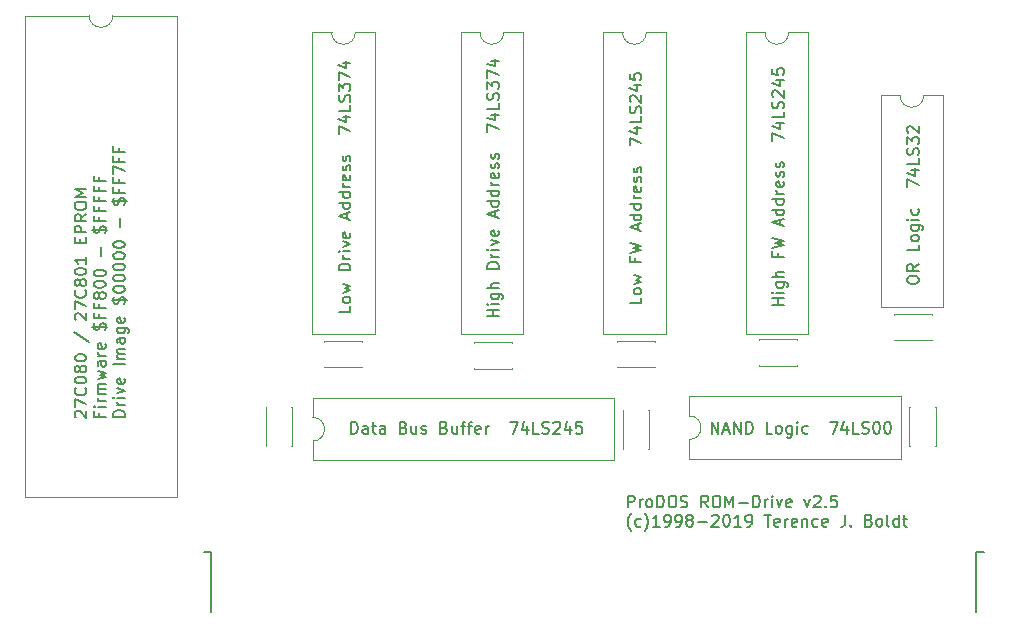
<source format=gbr>
G04 #@! TF.GenerationSoftware,KiCad,Pcbnew,(5.0.1-3-g963ef8bb5)*
G04 #@! TF.CreationDate,2019-04-25T11:14:13-04:00*
G04 #@! TF.ProjectId,ProDOS ROM-Drive 2.5,50726F444F5320524F4D2D4472697665,2.5*
G04 #@! TF.SameCoordinates,Original*
G04 #@! TF.FileFunction,Legend,Top*
G04 #@! TF.FilePolarity,Positive*
%FSLAX46Y46*%
G04 Gerber Fmt 4.6, Leading zero omitted, Abs format (unit mm)*
G04 Created by KiCad (PCBNEW (5.0.1-3-g963ef8bb5)) date Thursday, April 25, 2019 at 11:14:13 am*
%MOMM*%
%LPD*%
G01*
G04 APERTURE LIST*
%ADD10C,0.149860*%
%ADD11C,0.120000*%
%ADD12C,0.150000*%
G04 APERTURE END LIST*
D10*
X89096106Y-65357828D02*
X89096106Y-64367228D01*
X89473477Y-64367228D01*
X89567820Y-64414400D01*
X89614991Y-64461571D01*
X89662163Y-64555914D01*
X89662163Y-64697428D01*
X89614991Y-64791771D01*
X89567820Y-64838942D01*
X89473477Y-64886114D01*
X89096106Y-64886114D01*
X90086706Y-65357828D02*
X90086706Y-64697428D01*
X90086706Y-64886114D02*
X90133877Y-64791771D01*
X90181049Y-64744600D01*
X90275391Y-64697428D01*
X90369734Y-64697428D01*
X90841449Y-65357828D02*
X90747106Y-65310657D01*
X90699934Y-65263485D01*
X90652763Y-65169142D01*
X90652763Y-64886114D01*
X90699934Y-64791771D01*
X90747106Y-64744600D01*
X90841449Y-64697428D01*
X90982963Y-64697428D01*
X91077306Y-64744600D01*
X91124477Y-64791771D01*
X91171649Y-64886114D01*
X91171649Y-65169142D01*
X91124477Y-65263485D01*
X91077306Y-65310657D01*
X90982963Y-65357828D01*
X90841449Y-65357828D01*
X91596191Y-65357828D02*
X91596191Y-64367228D01*
X91832049Y-64367228D01*
X91973563Y-64414400D01*
X92067906Y-64508742D01*
X92115077Y-64603085D01*
X92162249Y-64791771D01*
X92162249Y-64933285D01*
X92115077Y-65121971D01*
X92067906Y-65216314D01*
X91973563Y-65310657D01*
X91832049Y-65357828D01*
X91596191Y-65357828D01*
X92775477Y-64367228D02*
X92964163Y-64367228D01*
X93058506Y-64414400D01*
X93152849Y-64508742D01*
X93200020Y-64697428D01*
X93200020Y-65027628D01*
X93152849Y-65216314D01*
X93058506Y-65310657D01*
X92964163Y-65357828D01*
X92775477Y-65357828D01*
X92681134Y-65310657D01*
X92586791Y-65216314D01*
X92539620Y-65027628D01*
X92539620Y-64697428D01*
X92586791Y-64508742D01*
X92681134Y-64414400D01*
X92775477Y-64367228D01*
X93577391Y-65310657D02*
X93718906Y-65357828D01*
X93954763Y-65357828D01*
X94049106Y-65310657D01*
X94096277Y-65263485D01*
X94143449Y-65169142D01*
X94143449Y-65074800D01*
X94096277Y-64980457D01*
X94049106Y-64933285D01*
X93954763Y-64886114D01*
X93766077Y-64838942D01*
X93671734Y-64791771D01*
X93624563Y-64744600D01*
X93577391Y-64650257D01*
X93577391Y-64555914D01*
X93624563Y-64461571D01*
X93671734Y-64414400D01*
X93766077Y-64367228D01*
X94001934Y-64367228D01*
X94143449Y-64414400D01*
X95888791Y-65357828D02*
X95558591Y-64886114D01*
X95322734Y-65357828D02*
X95322734Y-64367228D01*
X95700106Y-64367228D01*
X95794449Y-64414400D01*
X95841620Y-64461571D01*
X95888791Y-64555914D01*
X95888791Y-64697428D01*
X95841620Y-64791771D01*
X95794449Y-64838942D01*
X95700106Y-64886114D01*
X95322734Y-64886114D01*
X96502020Y-64367228D02*
X96690706Y-64367228D01*
X96785049Y-64414400D01*
X96879391Y-64508742D01*
X96926563Y-64697428D01*
X96926563Y-65027628D01*
X96879391Y-65216314D01*
X96785049Y-65310657D01*
X96690706Y-65357828D01*
X96502020Y-65357828D01*
X96407677Y-65310657D01*
X96313334Y-65216314D01*
X96266163Y-65027628D01*
X96266163Y-64697428D01*
X96313334Y-64508742D01*
X96407677Y-64414400D01*
X96502020Y-64367228D01*
X97351106Y-65357828D02*
X97351106Y-64367228D01*
X97681306Y-65074800D01*
X98011506Y-64367228D01*
X98011506Y-65357828D01*
X98483220Y-64980457D02*
X99237963Y-64980457D01*
X99709677Y-65357828D02*
X99709677Y-64367228D01*
X99945534Y-64367228D01*
X100087049Y-64414400D01*
X100181391Y-64508742D01*
X100228563Y-64603085D01*
X100275734Y-64791771D01*
X100275734Y-64933285D01*
X100228563Y-65121971D01*
X100181391Y-65216314D01*
X100087049Y-65310657D01*
X99945534Y-65357828D01*
X99709677Y-65357828D01*
X100700277Y-65357828D02*
X100700277Y-64697428D01*
X100700277Y-64886114D02*
X100747449Y-64791771D01*
X100794620Y-64744600D01*
X100888963Y-64697428D01*
X100983306Y-64697428D01*
X101313506Y-65357828D02*
X101313506Y-64697428D01*
X101313506Y-64367228D02*
X101266334Y-64414400D01*
X101313506Y-64461571D01*
X101360677Y-64414400D01*
X101313506Y-64367228D01*
X101313506Y-64461571D01*
X101690877Y-64697428D02*
X101926734Y-65357828D01*
X102162591Y-64697428D01*
X102917334Y-65310657D02*
X102822991Y-65357828D01*
X102634306Y-65357828D01*
X102539963Y-65310657D01*
X102492791Y-65216314D01*
X102492791Y-64838942D01*
X102539963Y-64744600D01*
X102634306Y-64697428D01*
X102822991Y-64697428D01*
X102917334Y-64744600D01*
X102964506Y-64838942D01*
X102964506Y-64933285D01*
X102492791Y-65027628D01*
X104049449Y-64697428D02*
X104285306Y-65357828D01*
X104521163Y-64697428D01*
X104851363Y-64461571D02*
X104898534Y-64414400D01*
X104992877Y-64367228D01*
X105228734Y-64367228D01*
X105323077Y-64414400D01*
X105370249Y-64461571D01*
X105417420Y-64555914D01*
X105417420Y-64650257D01*
X105370249Y-64791771D01*
X104804191Y-65357828D01*
X105417420Y-65357828D01*
X105841963Y-65263485D02*
X105889134Y-65310657D01*
X105841963Y-65357828D01*
X105794791Y-65310657D01*
X105841963Y-65263485D01*
X105841963Y-65357828D01*
X106785391Y-64367228D02*
X106313677Y-64367228D01*
X106266506Y-64838942D01*
X106313677Y-64791771D01*
X106408020Y-64744600D01*
X106643877Y-64744600D01*
X106738220Y-64791771D01*
X106785391Y-64838942D01*
X106832563Y-64933285D01*
X106832563Y-65169142D01*
X106785391Y-65263485D01*
X106738220Y-65310657D01*
X106643877Y-65357828D01*
X106408020Y-65357828D01*
X106313677Y-65310657D01*
X106266506Y-65263485D01*
X89379134Y-67370960D02*
X89331963Y-67323788D01*
X89237620Y-67182274D01*
X89190449Y-67087931D01*
X89143277Y-66946417D01*
X89096106Y-66710560D01*
X89096106Y-66521874D01*
X89143277Y-66286017D01*
X89190449Y-66144502D01*
X89237620Y-66050160D01*
X89331963Y-65908645D01*
X89379134Y-65861474D01*
X90181049Y-66946417D02*
X90086706Y-66993588D01*
X89898020Y-66993588D01*
X89803677Y-66946417D01*
X89756506Y-66899245D01*
X89709334Y-66804902D01*
X89709334Y-66521874D01*
X89756506Y-66427531D01*
X89803677Y-66380360D01*
X89898020Y-66333188D01*
X90086706Y-66333188D01*
X90181049Y-66380360D01*
X90511249Y-67370960D02*
X90558420Y-67323788D01*
X90652763Y-67182274D01*
X90699934Y-67087931D01*
X90747106Y-66946417D01*
X90794277Y-66710560D01*
X90794277Y-66521874D01*
X90747106Y-66286017D01*
X90699934Y-66144502D01*
X90652763Y-66050160D01*
X90558420Y-65908645D01*
X90511249Y-65861474D01*
X91784877Y-66993588D02*
X91218820Y-66993588D01*
X91501849Y-66993588D02*
X91501849Y-66002988D01*
X91407506Y-66144502D01*
X91313163Y-66238845D01*
X91218820Y-66286017D01*
X92256591Y-66993588D02*
X92445277Y-66993588D01*
X92539620Y-66946417D01*
X92586791Y-66899245D01*
X92681134Y-66757731D01*
X92728306Y-66569045D01*
X92728306Y-66191674D01*
X92681134Y-66097331D01*
X92633963Y-66050160D01*
X92539620Y-66002988D01*
X92350934Y-66002988D01*
X92256591Y-66050160D01*
X92209420Y-66097331D01*
X92162249Y-66191674D01*
X92162249Y-66427531D01*
X92209420Y-66521874D01*
X92256591Y-66569045D01*
X92350934Y-66616217D01*
X92539620Y-66616217D01*
X92633963Y-66569045D01*
X92681134Y-66521874D01*
X92728306Y-66427531D01*
X93200020Y-66993588D02*
X93388706Y-66993588D01*
X93483049Y-66946417D01*
X93530220Y-66899245D01*
X93624563Y-66757731D01*
X93671734Y-66569045D01*
X93671734Y-66191674D01*
X93624563Y-66097331D01*
X93577391Y-66050160D01*
X93483049Y-66002988D01*
X93294363Y-66002988D01*
X93200020Y-66050160D01*
X93152849Y-66097331D01*
X93105677Y-66191674D01*
X93105677Y-66427531D01*
X93152849Y-66521874D01*
X93200020Y-66569045D01*
X93294363Y-66616217D01*
X93483049Y-66616217D01*
X93577391Y-66569045D01*
X93624563Y-66521874D01*
X93671734Y-66427531D01*
X94237791Y-66427531D02*
X94143449Y-66380360D01*
X94096277Y-66333188D01*
X94049106Y-66238845D01*
X94049106Y-66191674D01*
X94096277Y-66097331D01*
X94143449Y-66050160D01*
X94237791Y-66002988D01*
X94426477Y-66002988D01*
X94520820Y-66050160D01*
X94567991Y-66097331D01*
X94615163Y-66191674D01*
X94615163Y-66238845D01*
X94567991Y-66333188D01*
X94520820Y-66380360D01*
X94426477Y-66427531D01*
X94237791Y-66427531D01*
X94143449Y-66474702D01*
X94096277Y-66521874D01*
X94049106Y-66616217D01*
X94049106Y-66804902D01*
X94096277Y-66899245D01*
X94143449Y-66946417D01*
X94237791Y-66993588D01*
X94426477Y-66993588D01*
X94520820Y-66946417D01*
X94567991Y-66899245D01*
X94615163Y-66804902D01*
X94615163Y-66616217D01*
X94567991Y-66521874D01*
X94520820Y-66474702D01*
X94426477Y-66427531D01*
X95039706Y-66616217D02*
X95794449Y-66616217D01*
X96218991Y-66097331D02*
X96266163Y-66050160D01*
X96360506Y-66002988D01*
X96596363Y-66002988D01*
X96690706Y-66050160D01*
X96737877Y-66097331D01*
X96785049Y-66191674D01*
X96785049Y-66286017D01*
X96737877Y-66427531D01*
X96171820Y-66993588D01*
X96785049Y-66993588D01*
X97398277Y-66002988D02*
X97492620Y-66002988D01*
X97586963Y-66050160D01*
X97634134Y-66097331D01*
X97681306Y-66191674D01*
X97728477Y-66380360D01*
X97728477Y-66616217D01*
X97681306Y-66804902D01*
X97634134Y-66899245D01*
X97586963Y-66946417D01*
X97492620Y-66993588D01*
X97398277Y-66993588D01*
X97303934Y-66946417D01*
X97256763Y-66899245D01*
X97209591Y-66804902D01*
X97162420Y-66616217D01*
X97162420Y-66380360D01*
X97209591Y-66191674D01*
X97256763Y-66097331D01*
X97303934Y-66050160D01*
X97398277Y-66002988D01*
X98671906Y-66993588D02*
X98105849Y-66993588D01*
X98388877Y-66993588D02*
X98388877Y-66002988D01*
X98294534Y-66144502D01*
X98200191Y-66238845D01*
X98105849Y-66286017D01*
X99143620Y-66993588D02*
X99332306Y-66993588D01*
X99426649Y-66946417D01*
X99473820Y-66899245D01*
X99568163Y-66757731D01*
X99615334Y-66569045D01*
X99615334Y-66191674D01*
X99568163Y-66097331D01*
X99520991Y-66050160D01*
X99426649Y-66002988D01*
X99237963Y-66002988D01*
X99143620Y-66050160D01*
X99096449Y-66097331D01*
X99049277Y-66191674D01*
X99049277Y-66427531D01*
X99096449Y-66521874D01*
X99143620Y-66569045D01*
X99237963Y-66616217D01*
X99426649Y-66616217D01*
X99520991Y-66569045D01*
X99568163Y-66521874D01*
X99615334Y-66427531D01*
X100653106Y-66002988D02*
X101219163Y-66002988D01*
X100936134Y-66993588D02*
X100936134Y-66002988D01*
X101926734Y-66946417D02*
X101832391Y-66993588D01*
X101643706Y-66993588D01*
X101549363Y-66946417D01*
X101502191Y-66852074D01*
X101502191Y-66474702D01*
X101549363Y-66380360D01*
X101643706Y-66333188D01*
X101832391Y-66333188D01*
X101926734Y-66380360D01*
X101973906Y-66474702D01*
X101973906Y-66569045D01*
X101502191Y-66663388D01*
X102398449Y-66993588D02*
X102398449Y-66333188D01*
X102398449Y-66521874D02*
X102445620Y-66427531D01*
X102492791Y-66380360D01*
X102587134Y-66333188D01*
X102681477Y-66333188D01*
X103389049Y-66946417D02*
X103294706Y-66993588D01*
X103106020Y-66993588D01*
X103011677Y-66946417D01*
X102964506Y-66852074D01*
X102964506Y-66474702D01*
X103011677Y-66380360D01*
X103106020Y-66333188D01*
X103294706Y-66333188D01*
X103389049Y-66380360D01*
X103436220Y-66474702D01*
X103436220Y-66569045D01*
X102964506Y-66663388D01*
X103860763Y-66333188D02*
X103860763Y-66993588D01*
X103860763Y-66427531D02*
X103907934Y-66380360D01*
X104002277Y-66333188D01*
X104143791Y-66333188D01*
X104238134Y-66380360D01*
X104285306Y-66474702D01*
X104285306Y-66993588D01*
X105181563Y-66946417D02*
X105087220Y-66993588D01*
X104898534Y-66993588D01*
X104804191Y-66946417D01*
X104757020Y-66899245D01*
X104709849Y-66804902D01*
X104709849Y-66521874D01*
X104757020Y-66427531D01*
X104804191Y-66380360D01*
X104898534Y-66333188D01*
X105087220Y-66333188D01*
X105181563Y-66380360D01*
X105983477Y-66946417D02*
X105889134Y-66993588D01*
X105700449Y-66993588D01*
X105606106Y-66946417D01*
X105558934Y-66852074D01*
X105558934Y-66474702D01*
X105606106Y-66380360D01*
X105700449Y-66333188D01*
X105889134Y-66333188D01*
X105983477Y-66380360D01*
X106030649Y-66474702D01*
X106030649Y-66569045D01*
X105558934Y-66663388D01*
X107492963Y-66002988D02*
X107492963Y-66710560D01*
X107445791Y-66852074D01*
X107351449Y-66946417D01*
X107209934Y-66993588D01*
X107115591Y-66993588D01*
X107964677Y-66899245D02*
X108011849Y-66946417D01*
X107964677Y-66993588D01*
X107917506Y-66946417D01*
X107964677Y-66899245D01*
X107964677Y-66993588D01*
X109521334Y-66474702D02*
X109662849Y-66521874D01*
X109710020Y-66569045D01*
X109757191Y-66663388D01*
X109757191Y-66804902D01*
X109710020Y-66899245D01*
X109662849Y-66946417D01*
X109568506Y-66993588D01*
X109191134Y-66993588D01*
X109191134Y-66002988D01*
X109521334Y-66002988D01*
X109615677Y-66050160D01*
X109662849Y-66097331D01*
X109710020Y-66191674D01*
X109710020Y-66286017D01*
X109662849Y-66380360D01*
X109615677Y-66427531D01*
X109521334Y-66474702D01*
X109191134Y-66474702D01*
X110323249Y-66993588D02*
X110228906Y-66946417D01*
X110181734Y-66899245D01*
X110134563Y-66804902D01*
X110134563Y-66521874D01*
X110181734Y-66427531D01*
X110228906Y-66380360D01*
X110323249Y-66333188D01*
X110464763Y-66333188D01*
X110559106Y-66380360D01*
X110606277Y-66427531D01*
X110653449Y-66521874D01*
X110653449Y-66804902D01*
X110606277Y-66899245D01*
X110559106Y-66946417D01*
X110464763Y-66993588D01*
X110323249Y-66993588D01*
X111219506Y-66993588D02*
X111125163Y-66946417D01*
X111077991Y-66852074D01*
X111077991Y-66002988D01*
X112021420Y-66993588D02*
X112021420Y-66002988D01*
X112021420Y-66946417D02*
X111927077Y-66993588D01*
X111738391Y-66993588D01*
X111644049Y-66946417D01*
X111596877Y-66899245D01*
X111549706Y-66804902D01*
X111549706Y-66521874D01*
X111596877Y-66427531D01*
X111644049Y-66380360D01*
X111738391Y-66333188D01*
X111927077Y-66333188D01*
X112021420Y-66380360D01*
X112351620Y-66333188D02*
X112728991Y-66333188D01*
X112493134Y-66002988D02*
X112493134Y-66852074D01*
X112540306Y-66946417D01*
X112634649Y-66993588D01*
X112728991Y-66993588D01*
X42348331Y-57742745D02*
X42301160Y-57695573D01*
X42253988Y-57601231D01*
X42253988Y-57365373D01*
X42301160Y-57271031D01*
X42348331Y-57223859D01*
X42442674Y-57176688D01*
X42537017Y-57176688D01*
X42678531Y-57223859D01*
X43244588Y-57789916D01*
X43244588Y-57176688D01*
X42253988Y-56846488D02*
X42253988Y-56186088D01*
X43244588Y-56610631D01*
X43150245Y-55242659D02*
X43197417Y-55289831D01*
X43244588Y-55431345D01*
X43244588Y-55525688D01*
X43197417Y-55667202D01*
X43103074Y-55761545D01*
X43008731Y-55808716D01*
X42820045Y-55855888D01*
X42678531Y-55855888D01*
X42489845Y-55808716D01*
X42395502Y-55761545D01*
X42301160Y-55667202D01*
X42253988Y-55525688D01*
X42253988Y-55431345D01*
X42301160Y-55289831D01*
X42348331Y-55242659D01*
X42253988Y-54629431D02*
X42253988Y-54535088D01*
X42301160Y-54440745D01*
X42348331Y-54393573D01*
X42442674Y-54346402D01*
X42631360Y-54299231D01*
X42867217Y-54299231D01*
X43055902Y-54346402D01*
X43150245Y-54393573D01*
X43197417Y-54440745D01*
X43244588Y-54535088D01*
X43244588Y-54629431D01*
X43197417Y-54723773D01*
X43150245Y-54770945D01*
X43055902Y-54818116D01*
X42867217Y-54865288D01*
X42631360Y-54865288D01*
X42442674Y-54818116D01*
X42348331Y-54770945D01*
X42301160Y-54723773D01*
X42253988Y-54629431D01*
X42678531Y-53733173D02*
X42631360Y-53827516D01*
X42584188Y-53874688D01*
X42489845Y-53921859D01*
X42442674Y-53921859D01*
X42348331Y-53874688D01*
X42301160Y-53827516D01*
X42253988Y-53733173D01*
X42253988Y-53544488D01*
X42301160Y-53450145D01*
X42348331Y-53402973D01*
X42442674Y-53355802D01*
X42489845Y-53355802D01*
X42584188Y-53402973D01*
X42631360Y-53450145D01*
X42678531Y-53544488D01*
X42678531Y-53733173D01*
X42725702Y-53827516D01*
X42772874Y-53874688D01*
X42867217Y-53921859D01*
X43055902Y-53921859D01*
X43150245Y-53874688D01*
X43197417Y-53827516D01*
X43244588Y-53733173D01*
X43244588Y-53544488D01*
X43197417Y-53450145D01*
X43150245Y-53402973D01*
X43055902Y-53355802D01*
X42867217Y-53355802D01*
X42772874Y-53402973D01*
X42725702Y-53450145D01*
X42678531Y-53544488D01*
X42253988Y-52742573D02*
X42253988Y-52648231D01*
X42301160Y-52553888D01*
X42348331Y-52506716D01*
X42442674Y-52459545D01*
X42631360Y-52412373D01*
X42867217Y-52412373D01*
X43055902Y-52459545D01*
X43150245Y-52506716D01*
X43197417Y-52553888D01*
X43244588Y-52648231D01*
X43244588Y-52742573D01*
X43197417Y-52836916D01*
X43150245Y-52884088D01*
X43055902Y-52931259D01*
X42867217Y-52978431D01*
X42631360Y-52978431D01*
X42442674Y-52931259D01*
X42348331Y-52884088D01*
X42301160Y-52836916D01*
X42253988Y-52742573D01*
X42206817Y-50525516D02*
X43480445Y-51374602D01*
X42348331Y-49487745D02*
X42301160Y-49440573D01*
X42253988Y-49346231D01*
X42253988Y-49110373D01*
X42301160Y-49016031D01*
X42348331Y-48968859D01*
X42442674Y-48921688D01*
X42537017Y-48921688D01*
X42678531Y-48968859D01*
X43244588Y-49534916D01*
X43244588Y-48921688D01*
X42253988Y-48591488D02*
X42253988Y-47931088D01*
X43244588Y-48355631D01*
X43150245Y-46987659D02*
X43197417Y-47034831D01*
X43244588Y-47176345D01*
X43244588Y-47270688D01*
X43197417Y-47412202D01*
X43103074Y-47506545D01*
X43008731Y-47553716D01*
X42820045Y-47600888D01*
X42678531Y-47600888D01*
X42489845Y-47553716D01*
X42395502Y-47506545D01*
X42301160Y-47412202D01*
X42253988Y-47270688D01*
X42253988Y-47176345D01*
X42301160Y-47034831D01*
X42348331Y-46987659D01*
X42678531Y-46421602D02*
X42631360Y-46515945D01*
X42584188Y-46563116D01*
X42489845Y-46610288D01*
X42442674Y-46610288D01*
X42348331Y-46563116D01*
X42301160Y-46515945D01*
X42253988Y-46421602D01*
X42253988Y-46232916D01*
X42301160Y-46138573D01*
X42348331Y-46091402D01*
X42442674Y-46044231D01*
X42489845Y-46044231D01*
X42584188Y-46091402D01*
X42631360Y-46138573D01*
X42678531Y-46232916D01*
X42678531Y-46421602D01*
X42725702Y-46515945D01*
X42772874Y-46563116D01*
X42867217Y-46610288D01*
X43055902Y-46610288D01*
X43150245Y-46563116D01*
X43197417Y-46515945D01*
X43244588Y-46421602D01*
X43244588Y-46232916D01*
X43197417Y-46138573D01*
X43150245Y-46091402D01*
X43055902Y-46044231D01*
X42867217Y-46044231D01*
X42772874Y-46091402D01*
X42725702Y-46138573D01*
X42678531Y-46232916D01*
X42253988Y-45431002D02*
X42253988Y-45336659D01*
X42301160Y-45242316D01*
X42348331Y-45195145D01*
X42442674Y-45147973D01*
X42631360Y-45100802D01*
X42867217Y-45100802D01*
X43055902Y-45147973D01*
X43150245Y-45195145D01*
X43197417Y-45242316D01*
X43244588Y-45336659D01*
X43244588Y-45431002D01*
X43197417Y-45525345D01*
X43150245Y-45572516D01*
X43055902Y-45619688D01*
X42867217Y-45666859D01*
X42631360Y-45666859D01*
X42442674Y-45619688D01*
X42348331Y-45572516D01*
X42301160Y-45525345D01*
X42253988Y-45431002D01*
X43244588Y-44157373D02*
X43244588Y-44723431D01*
X43244588Y-44440402D02*
X42253988Y-44440402D01*
X42395502Y-44534745D01*
X42489845Y-44629088D01*
X42537017Y-44723431D01*
X42725702Y-42978088D02*
X42725702Y-42647888D01*
X43244588Y-42506373D02*
X43244588Y-42978088D01*
X42253988Y-42978088D01*
X42253988Y-42506373D01*
X43244588Y-42081831D02*
X42253988Y-42081831D01*
X42253988Y-41704459D01*
X42301160Y-41610116D01*
X42348331Y-41562945D01*
X42442674Y-41515773D01*
X42584188Y-41515773D01*
X42678531Y-41562945D01*
X42725702Y-41610116D01*
X42772874Y-41704459D01*
X42772874Y-42081831D01*
X43244588Y-40525173D02*
X42772874Y-40855373D01*
X43244588Y-41091231D02*
X42253988Y-41091231D01*
X42253988Y-40713859D01*
X42301160Y-40619516D01*
X42348331Y-40572345D01*
X42442674Y-40525173D01*
X42584188Y-40525173D01*
X42678531Y-40572345D01*
X42725702Y-40619516D01*
X42772874Y-40713859D01*
X42772874Y-41091231D01*
X42253988Y-39911945D02*
X42253988Y-39723259D01*
X42301160Y-39628916D01*
X42395502Y-39534573D01*
X42584188Y-39487402D01*
X42914388Y-39487402D01*
X43103074Y-39534573D01*
X43197417Y-39628916D01*
X43244588Y-39723259D01*
X43244588Y-39911945D01*
X43197417Y-40006288D01*
X43103074Y-40100631D01*
X42914388Y-40147802D01*
X42584188Y-40147802D01*
X42395502Y-40100631D01*
X42301160Y-40006288D01*
X42253988Y-39911945D01*
X43244588Y-39062859D02*
X42253988Y-39062859D01*
X42961560Y-38732659D01*
X42253988Y-38402459D01*
X43244588Y-38402459D01*
X44361462Y-57365373D02*
X44361462Y-57695573D01*
X44880348Y-57695573D02*
X43889748Y-57695573D01*
X43889748Y-57223859D01*
X44880348Y-56846488D02*
X44219948Y-56846488D01*
X43889748Y-56846488D02*
X43936920Y-56893659D01*
X43984091Y-56846488D01*
X43936920Y-56799316D01*
X43889748Y-56846488D01*
X43984091Y-56846488D01*
X44880348Y-56374773D02*
X44219948Y-56374773D01*
X44408634Y-56374773D02*
X44314291Y-56327602D01*
X44267120Y-56280431D01*
X44219948Y-56186088D01*
X44219948Y-56091745D01*
X44880348Y-55761545D02*
X44219948Y-55761545D01*
X44314291Y-55761545D02*
X44267120Y-55714373D01*
X44219948Y-55620031D01*
X44219948Y-55478516D01*
X44267120Y-55384173D01*
X44361462Y-55337002D01*
X44880348Y-55337002D01*
X44361462Y-55337002D02*
X44267120Y-55289831D01*
X44219948Y-55195488D01*
X44219948Y-55053973D01*
X44267120Y-54959631D01*
X44361462Y-54912459D01*
X44880348Y-54912459D01*
X44219948Y-54535088D02*
X44880348Y-54346402D01*
X44408634Y-54157716D01*
X44880348Y-53969031D01*
X44219948Y-53780345D01*
X44880348Y-52978431D02*
X44361462Y-52978431D01*
X44267120Y-53025602D01*
X44219948Y-53119945D01*
X44219948Y-53308631D01*
X44267120Y-53402973D01*
X44833177Y-52978431D02*
X44880348Y-53072773D01*
X44880348Y-53308631D01*
X44833177Y-53402973D01*
X44738834Y-53450145D01*
X44644491Y-53450145D01*
X44550148Y-53402973D01*
X44502977Y-53308631D01*
X44502977Y-53072773D01*
X44455805Y-52978431D01*
X44880348Y-52506716D02*
X44219948Y-52506716D01*
X44408634Y-52506716D02*
X44314291Y-52459545D01*
X44267120Y-52412373D01*
X44219948Y-52318031D01*
X44219948Y-52223688D01*
X44833177Y-51516116D02*
X44880348Y-51610459D01*
X44880348Y-51799145D01*
X44833177Y-51893488D01*
X44738834Y-51940659D01*
X44361462Y-51940659D01*
X44267120Y-51893488D01*
X44219948Y-51799145D01*
X44219948Y-51610459D01*
X44267120Y-51516116D01*
X44361462Y-51468945D01*
X44455805Y-51468945D01*
X44550148Y-51940659D01*
X44833177Y-50336831D02*
X44880348Y-50195316D01*
X44880348Y-49959459D01*
X44833177Y-49865116D01*
X44786005Y-49817945D01*
X44691662Y-49770773D01*
X44597320Y-49770773D01*
X44502977Y-49817945D01*
X44455805Y-49865116D01*
X44408634Y-49959459D01*
X44361462Y-50148145D01*
X44314291Y-50242488D01*
X44267120Y-50289659D01*
X44172777Y-50336831D01*
X44078434Y-50336831D01*
X43984091Y-50289659D01*
X43936920Y-50242488D01*
X43889748Y-50148145D01*
X43889748Y-49912288D01*
X43936920Y-49770773D01*
X43748234Y-50053802D02*
X45021862Y-50053802D01*
X44361462Y-49016031D02*
X44361462Y-49346231D01*
X44880348Y-49346231D02*
X43889748Y-49346231D01*
X43889748Y-48874516D01*
X44361462Y-48166945D02*
X44361462Y-48497145D01*
X44880348Y-48497145D02*
X43889748Y-48497145D01*
X43889748Y-48025431D01*
X44314291Y-47506545D02*
X44267120Y-47600888D01*
X44219948Y-47648059D01*
X44125605Y-47695231D01*
X44078434Y-47695231D01*
X43984091Y-47648059D01*
X43936920Y-47600888D01*
X43889748Y-47506545D01*
X43889748Y-47317859D01*
X43936920Y-47223516D01*
X43984091Y-47176345D01*
X44078434Y-47129173D01*
X44125605Y-47129173D01*
X44219948Y-47176345D01*
X44267120Y-47223516D01*
X44314291Y-47317859D01*
X44314291Y-47506545D01*
X44361462Y-47600888D01*
X44408634Y-47648059D01*
X44502977Y-47695231D01*
X44691662Y-47695231D01*
X44786005Y-47648059D01*
X44833177Y-47600888D01*
X44880348Y-47506545D01*
X44880348Y-47317859D01*
X44833177Y-47223516D01*
X44786005Y-47176345D01*
X44691662Y-47129173D01*
X44502977Y-47129173D01*
X44408634Y-47176345D01*
X44361462Y-47223516D01*
X44314291Y-47317859D01*
X43889748Y-46515945D02*
X43889748Y-46421602D01*
X43936920Y-46327259D01*
X43984091Y-46280088D01*
X44078434Y-46232916D01*
X44267120Y-46185745D01*
X44502977Y-46185745D01*
X44691662Y-46232916D01*
X44786005Y-46280088D01*
X44833177Y-46327259D01*
X44880348Y-46421602D01*
X44880348Y-46515945D01*
X44833177Y-46610288D01*
X44786005Y-46657459D01*
X44691662Y-46704631D01*
X44502977Y-46751802D01*
X44267120Y-46751802D01*
X44078434Y-46704631D01*
X43984091Y-46657459D01*
X43936920Y-46610288D01*
X43889748Y-46515945D01*
X43889748Y-45572516D02*
X43889748Y-45478173D01*
X43936920Y-45383831D01*
X43984091Y-45336659D01*
X44078434Y-45289488D01*
X44267120Y-45242316D01*
X44502977Y-45242316D01*
X44691662Y-45289488D01*
X44786005Y-45336659D01*
X44833177Y-45383831D01*
X44880348Y-45478173D01*
X44880348Y-45572516D01*
X44833177Y-45666859D01*
X44786005Y-45714031D01*
X44691662Y-45761202D01*
X44502977Y-45808373D01*
X44267120Y-45808373D01*
X44078434Y-45761202D01*
X43984091Y-45714031D01*
X43936920Y-45666859D01*
X43889748Y-45572516D01*
X44502977Y-44063031D02*
X44502977Y-43308288D01*
X44833177Y-42129002D02*
X44880348Y-41987488D01*
X44880348Y-41751631D01*
X44833177Y-41657288D01*
X44786005Y-41610116D01*
X44691662Y-41562945D01*
X44597320Y-41562945D01*
X44502977Y-41610116D01*
X44455805Y-41657288D01*
X44408634Y-41751631D01*
X44361462Y-41940316D01*
X44314291Y-42034659D01*
X44267120Y-42081831D01*
X44172777Y-42129002D01*
X44078434Y-42129002D01*
X43984091Y-42081831D01*
X43936920Y-42034659D01*
X43889748Y-41940316D01*
X43889748Y-41704459D01*
X43936920Y-41562945D01*
X43748234Y-41845973D02*
X45021862Y-41845973D01*
X44361462Y-40808202D02*
X44361462Y-41138402D01*
X44880348Y-41138402D02*
X43889748Y-41138402D01*
X43889748Y-40666688D01*
X44361462Y-39959116D02*
X44361462Y-40289316D01*
X44880348Y-40289316D02*
X43889748Y-40289316D01*
X43889748Y-39817602D01*
X44361462Y-39110031D02*
X44361462Y-39440231D01*
X44880348Y-39440231D02*
X43889748Y-39440231D01*
X43889748Y-38968516D01*
X44361462Y-38260945D02*
X44361462Y-38591145D01*
X44880348Y-38591145D02*
X43889748Y-38591145D01*
X43889748Y-38119431D01*
X44361462Y-37411859D02*
X44361462Y-37742059D01*
X44880348Y-37742059D02*
X43889748Y-37742059D01*
X43889748Y-37270345D01*
X46516108Y-57695573D02*
X45525508Y-57695573D01*
X45525508Y-57459716D01*
X45572680Y-57318202D01*
X45667022Y-57223859D01*
X45761365Y-57176688D01*
X45950051Y-57129516D01*
X46091565Y-57129516D01*
X46280251Y-57176688D01*
X46374594Y-57223859D01*
X46468937Y-57318202D01*
X46516108Y-57459716D01*
X46516108Y-57695573D01*
X46516108Y-56704973D02*
X45855708Y-56704973D01*
X46044394Y-56704973D02*
X45950051Y-56657802D01*
X45902880Y-56610631D01*
X45855708Y-56516288D01*
X45855708Y-56421945D01*
X46516108Y-56091745D02*
X45855708Y-56091745D01*
X45525508Y-56091745D02*
X45572680Y-56138916D01*
X45619851Y-56091745D01*
X45572680Y-56044573D01*
X45525508Y-56091745D01*
X45619851Y-56091745D01*
X45855708Y-55714373D02*
X46516108Y-55478516D01*
X45855708Y-55242659D01*
X46468937Y-54487916D02*
X46516108Y-54582259D01*
X46516108Y-54770945D01*
X46468937Y-54865288D01*
X46374594Y-54912459D01*
X45997222Y-54912459D01*
X45902880Y-54865288D01*
X45855708Y-54770945D01*
X45855708Y-54582259D01*
X45902880Y-54487916D01*
X45997222Y-54440745D01*
X46091565Y-54440745D01*
X46185908Y-54912459D01*
X46516108Y-53261459D02*
X45525508Y-53261459D01*
X46516108Y-52789745D02*
X45855708Y-52789745D01*
X45950051Y-52789745D02*
X45902880Y-52742573D01*
X45855708Y-52648231D01*
X45855708Y-52506716D01*
X45902880Y-52412373D01*
X45997222Y-52365202D01*
X46516108Y-52365202D01*
X45997222Y-52365202D02*
X45902880Y-52318031D01*
X45855708Y-52223688D01*
X45855708Y-52082173D01*
X45902880Y-51987831D01*
X45997222Y-51940659D01*
X46516108Y-51940659D01*
X46516108Y-51044402D02*
X45997222Y-51044402D01*
X45902880Y-51091573D01*
X45855708Y-51185916D01*
X45855708Y-51374602D01*
X45902880Y-51468945D01*
X46468937Y-51044402D02*
X46516108Y-51138745D01*
X46516108Y-51374602D01*
X46468937Y-51468945D01*
X46374594Y-51516116D01*
X46280251Y-51516116D01*
X46185908Y-51468945D01*
X46138737Y-51374602D01*
X46138737Y-51138745D01*
X46091565Y-51044402D01*
X45855708Y-50148145D02*
X46657622Y-50148145D01*
X46751965Y-50195316D01*
X46799137Y-50242488D01*
X46846308Y-50336831D01*
X46846308Y-50478345D01*
X46799137Y-50572688D01*
X46468937Y-50148145D02*
X46516108Y-50242488D01*
X46516108Y-50431173D01*
X46468937Y-50525516D01*
X46421765Y-50572688D01*
X46327422Y-50619859D01*
X46044394Y-50619859D01*
X45950051Y-50572688D01*
X45902880Y-50525516D01*
X45855708Y-50431173D01*
X45855708Y-50242488D01*
X45902880Y-50148145D01*
X46468937Y-49299059D02*
X46516108Y-49393402D01*
X46516108Y-49582088D01*
X46468937Y-49676431D01*
X46374594Y-49723602D01*
X45997222Y-49723602D01*
X45902880Y-49676431D01*
X45855708Y-49582088D01*
X45855708Y-49393402D01*
X45902880Y-49299059D01*
X45997222Y-49251888D01*
X46091565Y-49251888D01*
X46185908Y-49723602D01*
X46468937Y-48119773D02*
X46516108Y-47978259D01*
X46516108Y-47742402D01*
X46468937Y-47648059D01*
X46421765Y-47600888D01*
X46327422Y-47553716D01*
X46233080Y-47553716D01*
X46138737Y-47600888D01*
X46091565Y-47648059D01*
X46044394Y-47742402D01*
X45997222Y-47931088D01*
X45950051Y-48025431D01*
X45902880Y-48072602D01*
X45808537Y-48119773D01*
X45714194Y-48119773D01*
X45619851Y-48072602D01*
X45572680Y-48025431D01*
X45525508Y-47931088D01*
X45525508Y-47695231D01*
X45572680Y-47553716D01*
X45383994Y-47836745D02*
X46657622Y-47836745D01*
X45525508Y-46940488D02*
X45525508Y-46846145D01*
X45572680Y-46751802D01*
X45619851Y-46704631D01*
X45714194Y-46657459D01*
X45902880Y-46610288D01*
X46138737Y-46610288D01*
X46327422Y-46657459D01*
X46421765Y-46704631D01*
X46468937Y-46751802D01*
X46516108Y-46846145D01*
X46516108Y-46940488D01*
X46468937Y-47034831D01*
X46421765Y-47082002D01*
X46327422Y-47129173D01*
X46138737Y-47176345D01*
X45902880Y-47176345D01*
X45714194Y-47129173D01*
X45619851Y-47082002D01*
X45572680Y-47034831D01*
X45525508Y-46940488D01*
X45525508Y-45997059D02*
X45525508Y-45902716D01*
X45572680Y-45808373D01*
X45619851Y-45761202D01*
X45714194Y-45714031D01*
X45902880Y-45666859D01*
X46138737Y-45666859D01*
X46327422Y-45714031D01*
X46421765Y-45761202D01*
X46468937Y-45808373D01*
X46516108Y-45902716D01*
X46516108Y-45997059D01*
X46468937Y-46091402D01*
X46421765Y-46138573D01*
X46327422Y-46185745D01*
X46138737Y-46232916D01*
X45902880Y-46232916D01*
X45714194Y-46185745D01*
X45619851Y-46138573D01*
X45572680Y-46091402D01*
X45525508Y-45997059D01*
X45525508Y-45053631D02*
X45525508Y-44959288D01*
X45572680Y-44864945D01*
X45619851Y-44817773D01*
X45714194Y-44770602D01*
X45902880Y-44723431D01*
X46138737Y-44723431D01*
X46327422Y-44770602D01*
X46421765Y-44817773D01*
X46468937Y-44864945D01*
X46516108Y-44959288D01*
X46516108Y-45053631D01*
X46468937Y-45147973D01*
X46421765Y-45195145D01*
X46327422Y-45242316D01*
X46138737Y-45289488D01*
X45902880Y-45289488D01*
X45714194Y-45242316D01*
X45619851Y-45195145D01*
X45572680Y-45147973D01*
X45525508Y-45053631D01*
X45525508Y-44110202D02*
X45525508Y-44015859D01*
X45572680Y-43921516D01*
X45619851Y-43874345D01*
X45714194Y-43827173D01*
X45902880Y-43780002D01*
X46138737Y-43780002D01*
X46327422Y-43827173D01*
X46421765Y-43874345D01*
X46468937Y-43921516D01*
X46516108Y-44015859D01*
X46516108Y-44110202D01*
X46468937Y-44204545D01*
X46421765Y-44251716D01*
X46327422Y-44298888D01*
X46138737Y-44346059D01*
X45902880Y-44346059D01*
X45714194Y-44298888D01*
X45619851Y-44251716D01*
X45572680Y-44204545D01*
X45525508Y-44110202D01*
X45525508Y-43166773D02*
X45525508Y-43072431D01*
X45572680Y-42978088D01*
X45619851Y-42930916D01*
X45714194Y-42883745D01*
X45902880Y-42836573D01*
X46138737Y-42836573D01*
X46327422Y-42883745D01*
X46421765Y-42930916D01*
X46468937Y-42978088D01*
X46516108Y-43072431D01*
X46516108Y-43166773D01*
X46468937Y-43261116D01*
X46421765Y-43308288D01*
X46327422Y-43355459D01*
X46138737Y-43402631D01*
X45902880Y-43402631D01*
X45714194Y-43355459D01*
X45619851Y-43308288D01*
X45572680Y-43261116D01*
X45525508Y-43166773D01*
X46138737Y-41657288D02*
X46138737Y-40902545D01*
X46468937Y-39723259D02*
X46516108Y-39581745D01*
X46516108Y-39345888D01*
X46468937Y-39251545D01*
X46421765Y-39204373D01*
X46327422Y-39157202D01*
X46233080Y-39157202D01*
X46138737Y-39204373D01*
X46091565Y-39251545D01*
X46044394Y-39345888D01*
X45997222Y-39534573D01*
X45950051Y-39628916D01*
X45902880Y-39676088D01*
X45808537Y-39723259D01*
X45714194Y-39723259D01*
X45619851Y-39676088D01*
X45572680Y-39628916D01*
X45525508Y-39534573D01*
X45525508Y-39298716D01*
X45572680Y-39157202D01*
X45383994Y-39440231D02*
X46657622Y-39440231D01*
X45997222Y-38402459D02*
X45997222Y-38732659D01*
X46516108Y-38732659D02*
X45525508Y-38732659D01*
X45525508Y-38260945D01*
X45997222Y-37553373D02*
X45997222Y-37883573D01*
X46516108Y-37883573D02*
X45525508Y-37883573D01*
X45525508Y-37411859D01*
X45525508Y-37128831D02*
X45525508Y-36468431D01*
X46516108Y-36892973D01*
X45997222Y-35760859D02*
X45997222Y-36091059D01*
X46516108Y-36091059D02*
X45525508Y-36091059D01*
X45525508Y-35619345D01*
X45997222Y-34911773D02*
X45997222Y-35241973D01*
X46516108Y-35241973D02*
X45525508Y-35241973D01*
X45525508Y-34770259D01*
X112741528Y-46189900D02*
X112741528Y-46001214D01*
X112788700Y-45906871D01*
X112883042Y-45812528D01*
X113071728Y-45765357D01*
X113401928Y-45765357D01*
X113590614Y-45812528D01*
X113684957Y-45906871D01*
X113732128Y-46001214D01*
X113732128Y-46189900D01*
X113684957Y-46284242D01*
X113590614Y-46378585D01*
X113401928Y-46425757D01*
X113071728Y-46425757D01*
X112883042Y-46378585D01*
X112788700Y-46284242D01*
X112741528Y-46189900D01*
X113732128Y-44774757D02*
X113260414Y-45104957D01*
X113732128Y-45340814D02*
X112741528Y-45340814D01*
X112741528Y-44963442D01*
X112788700Y-44869100D01*
X112835871Y-44821928D01*
X112930214Y-44774757D01*
X113071728Y-44774757D01*
X113166071Y-44821928D01*
X113213242Y-44869100D01*
X113260414Y-44963442D01*
X113260414Y-45340814D01*
X113732128Y-43123757D02*
X113732128Y-43595471D01*
X112741528Y-43595471D01*
X113732128Y-42652042D02*
X113684957Y-42746385D01*
X113637785Y-42793557D01*
X113543442Y-42840728D01*
X113260414Y-42840728D01*
X113166071Y-42793557D01*
X113118900Y-42746385D01*
X113071728Y-42652042D01*
X113071728Y-42510528D01*
X113118900Y-42416185D01*
X113166071Y-42369014D01*
X113260414Y-42321842D01*
X113543442Y-42321842D01*
X113637785Y-42369014D01*
X113684957Y-42416185D01*
X113732128Y-42510528D01*
X113732128Y-42652042D01*
X113071728Y-41472757D02*
X113873642Y-41472757D01*
X113967985Y-41519928D01*
X114015157Y-41567100D01*
X114062328Y-41661442D01*
X114062328Y-41802957D01*
X114015157Y-41897300D01*
X113684957Y-41472757D02*
X113732128Y-41567100D01*
X113732128Y-41755785D01*
X113684957Y-41850128D01*
X113637785Y-41897300D01*
X113543442Y-41944471D01*
X113260414Y-41944471D01*
X113166071Y-41897300D01*
X113118900Y-41850128D01*
X113071728Y-41755785D01*
X113071728Y-41567100D01*
X113118900Y-41472757D01*
X113732128Y-41001042D02*
X113071728Y-41001042D01*
X112741528Y-41001042D02*
X112788700Y-41048214D01*
X112835871Y-41001042D01*
X112788700Y-40953871D01*
X112741528Y-41001042D01*
X112835871Y-41001042D01*
X113684957Y-40104785D02*
X113732128Y-40199128D01*
X113732128Y-40387814D01*
X113684957Y-40482157D01*
X113637785Y-40529328D01*
X113543442Y-40576500D01*
X113260414Y-40576500D01*
X113166071Y-40529328D01*
X113118900Y-40482157D01*
X113071728Y-40387814D01*
X113071728Y-40199128D01*
X113118900Y-40104785D01*
X112741528Y-38265100D02*
X112741528Y-37604700D01*
X113732128Y-38029242D01*
X113071728Y-36802785D02*
X113732128Y-36802785D01*
X112694357Y-37038642D02*
X113401928Y-37274500D01*
X113401928Y-36661271D01*
X113732128Y-35812185D02*
X113732128Y-36283900D01*
X112741528Y-36283900D01*
X113684957Y-35529157D02*
X113732128Y-35387642D01*
X113732128Y-35151785D01*
X113684957Y-35057442D01*
X113637785Y-35010271D01*
X113543442Y-34963100D01*
X113449100Y-34963100D01*
X113354757Y-35010271D01*
X113307585Y-35057442D01*
X113260414Y-35151785D01*
X113213242Y-35340471D01*
X113166071Y-35434814D01*
X113118900Y-35481985D01*
X113024557Y-35529157D01*
X112930214Y-35529157D01*
X112835871Y-35481985D01*
X112788700Y-35434814D01*
X112741528Y-35340471D01*
X112741528Y-35104614D01*
X112788700Y-34963100D01*
X112741528Y-34632900D02*
X112741528Y-34019671D01*
X113118900Y-34349871D01*
X113118900Y-34208357D01*
X113166071Y-34114014D01*
X113213242Y-34066842D01*
X113307585Y-34019671D01*
X113543442Y-34019671D01*
X113637785Y-34066842D01*
X113684957Y-34114014D01*
X113732128Y-34208357D01*
X113732128Y-34491385D01*
X113684957Y-34585728D01*
X113637785Y-34632900D01*
X112835871Y-33642300D02*
X112788700Y-33595128D01*
X112741528Y-33500785D01*
X112741528Y-33264928D01*
X112788700Y-33170585D01*
X112835871Y-33123414D01*
X112930214Y-33076242D01*
X113024557Y-33076242D01*
X113166071Y-33123414D01*
X113732128Y-33689471D01*
X113732128Y-33076242D01*
X96187985Y-59122128D02*
X96187985Y-58131528D01*
X96754042Y-59122128D01*
X96754042Y-58131528D01*
X97178585Y-58839100D02*
X97650300Y-58839100D01*
X97084242Y-59122128D02*
X97414442Y-58131528D01*
X97744642Y-59122128D01*
X98074842Y-59122128D02*
X98074842Y-58131528D01*
X98640900Y-59122128D01*
X98640900Y-58131528D01*
X99112614Y-59122128D02*
X99112614Y-58131528D01*
X99348471Y-58131528D01*
X99489985Y-58178700D01*
X99584328Y-58273042D01*
X99631500Y-58367385D01*
X99678671Y-58556071D01*
X99678671Y-58697585D01*
X99631500Y-58886271D01*
X99584328Y-58980614D01*
X99489985Y-59074957D01*
X99348471Y-59122128D01*
X99112614Y-59122128D01*
X101329671Y-59122128D02*
X100857957Y-59122128D01*
X100857957Y-58131528D01*
X101801385Y-59122128D02*
X101707042Y-59074957D01*
X101659871Y-59027785D01*
X101612700Y-58933442D01*
X101612700Y-58650414D01*
X101659871Y-58556071D01*
X101707042Y-58508900D01*
X101801385Y-58461728D01*
X101942900Y-58461728D01*
X102037242Y-58508900D01*
X102084414Y-58556071D01*
X102131585Y-58650414D01*
X102131585Y-58933442D01*
X102084414Y-59027785D01*
X102037242Y-59074957D01*
X101942900Y-59122128D01*
X101801385Y-59122128D01*
X102980671Y-58461728D02*
X102980671Y-59263642D01*
X102933500Y-59357985D01*
X102886328Y-59405157D01*
X102791985Y-59452328D01*
X102650471Y-59452328D01*
X102556128Y-59405157D01*
X102980671Y-59074957D02*
X102886328Y-59122128D01*
X102697642Y-59122128D01*
X102603300Y-59074957D01*
X102556128Y-59027785D01*
X102508957Y-58933442D01*
X102508957Y-58650414D01*
X102556128Y-58556071D01*
X102603300Y-58508900D01*
X102697642Y-58461728D01*
X102886328Y-58461728D01*
X102980671Y-58508900D01*
X103452385Y-59122128D02*
X103452385Y-58461728D01*
X103452385Y-58131528D02*
X103405214Y-58178700D01*
X103452385Y-58225871D01*
X103499557Y-58178700D01*
X103452385Y-58131528D01*
X103452385Y-58225871D01*
X104348642Y-59074957D02*
X104254300Y-59122128D01*
X104065614Y-59122128D01*
X103971271Y-59074957D01*
X103924100Y-59027785D01*
X103876928Y-58933442D01*
X103876928Y-58650414D01*
X103924100Y-58556071D01*
X103971271Y-58508900D01*
X104065614Y-58461728D01*
X104254300Y-58461728D01*
X104348642Y-58508900D01*
X106188328Y-58131528D02*
X106848728Y-58131528D01*
X106424185Y-59122128D01*
X107650642Y-58461728D02*
X107650642Y-59122128D01*
X107414785Y-58084357D02*
X107178928Y-58791928D01*
X107792157Y-58791928D01*
X108641242Y-59122128D02*
X108169528Y-59122128D01*
X108169528Y-58131528D01*
X108924271Y-59074957D02*
X109065785Y-59122128D01*
X109301642Y-59122128D01*
X109395985Y-59074957D01*
X109443157Y-59027785D01*
X109490328Y-58933442D01*
X109490328Y-58839100D01*
X109443157Y-58744757D01*
X109395985Y-58697585D01*
X109301642Y-58650414D01*
X109112957Y-58603242D01*
X109018614Y-58556071D01*
X108971442Y-58508900D01*
X108924271Y-58414557D01*
X108924271Y-58320214D01*
X108971442Y-58225871D01*
X109018614Y-58178700D01*
X109112957Y-58131528D01*
X109348814Y-58131528D01*
X109490328Y-58178700D01*
X110103557Y-58131528D02*
X110197899Y-58131528D01*
X110292242Y-58178700D01*
X110339414Y-58225871D01*
X110386585Y-58320214D01*
X110433757Y-58508900D01*
X110433757Y-58744757D01*
X110386585Y-58933442D01*
X110339414Y-59027785D01*
X110292242Y-59074957D01*
X110197899Y-59122128D01*
X110103557Y-59122128D01*
X110009214Y-59074957D01*
X109962042Y-59027785D01*
X109914871Y-58933442D01*
X109867699Y-58744757D01*
X109867699Y-58508900D01*
X109914871Y-58320214D01*
X109962042Y-58225871D01*
X110009214Y-58178700D01*
X110103557Y-58131528D01*
X111046985Y-58131528D02*
X111141328Y-58131528D01*
X111235671Y-58178700D01*
X111282842Y-58225871D01*
X111330014Y-58320214D01*
X111377185Y-58508900D01*
X111377185Y-58744757D01*
X111330014Y-58933442D01*
X111282842Y-59027785D01*
X111235671Y-59074957D01*
X111141328Y-59122128D01*
X111046985Y-59122128D01*
X110952642Y-59074957D01*
X110905471Y-59027785D01*
X110858299Y-58933442D01*
X110811128Y-58744757D01*
X110811128Y-58508900D01*
X110858299Y-58320214D01*
X110905471Y-58225871D01*
X110952642Y-58178700D01*
X111046985Y-58131528D01*
X102302128Y-48227342D02*
X101311528Y-48227342D01*
X101783242Y-48227342D02*
X101783242Y-47661285D01*
X102302128Y-47661285D02*
X101311528Y-47661285D01*
X102302128Y-47189571D02*
X101641728Y-47189571D01*
X101311528Y-47189571D02*
X101358700Y-47236742D01*
X101405871Y-47189571D01*
X101358700Y-47142400D01*
X101311528Y-47189571D01*
X101405871Y-47189571D01*
X101641728Y-46293314D02*
X102443642Y-46293314D01*
X102537985Y-46340485D01*
X102585157Y-46387657D01*
X102632328Y-46482000D01*
X102632328Y-46623514D01*
X102585157Y-46717857D01*
X102254957Y-46293314D02*
X102302128Y-46387657D01*
X102302128Y-46576342D01*
X102254957Y-46670685D01*
X102207785Y-46717857D01*
X102113442Y-46765028D01*
X101830414Y-46765028D01*
X101736071Y-46717857D01*
X101688900Y-46670685D01*
X101641728Y-46576342D01*
X101641728Y-46387657D01*
X101688900Y-46293314D01*
X102302128Y-45821600D02*
X101311528Y-45821600D01*
X102302128Y-45397057D02*
X101783242Y-45397057D01*
X101688900Y-45444228D01*
X101641728Y-45538571D01*
X101641728Y-45680085D01*
X101688900Y-45774428D01*
X101736071Y-45821600D01*
X101783242Y-43840400D02*
X101783242Y-44170600D01*
X102302128Y-44170600D02*
X101311528Y-44170600D01*
X101311528Y-43698885D01*
X101311528Y-43415857D02*
X102302128Y-43180000D01*
X101594557Y-42991314D01*
X102302128Y-42802628D01*
X101311528Y-42566771D01*
X102019100Y-41481828D02*
X102019100Y-41010114D01*
X102302128Y-41576171D02*
X101311528Y-41245971D01*
X102302128Y-40915771D01*
X102302128Y-40161028D02*
X101311528Y-40161028D01*
X102254957Y-40161028D02*
X102302128Y-40255371D01*
X102302128Y-40444057D01*
X102254957Y-40538400D01*
X102207785Y-40585571D01*
X102113442Y-40632742D01*
X101830414Y-40632742D01*
X101736071Y-40585571D01*
X101688900Y-40538400D01*
X101641728Y-40444057D01*
X101641728Y-40255371D01*
X101688900Y-40161028D01*
X102302128Y-39264771D02*
X101311528Y-39264771D01*
X102254957Y-39264771D02*
X102302128Y-39359114D01*
X102302128Y-39547800D01*
X102254957Y-39642142D01*
X102207785Y-39689314D01*
X102113442Y-39736485D01*
X101830414Y-39736485D01*
X101736071Y-39689314D01*
X101688900Y-39642142D01*
X101641728Y-39547800D01*
X101641728Y-39359114D01*
X101688900Y-39264771D01*
X102302128Y-38793057D02*
X101641728Y-38793057D01*
X101830414Y-38793057D02*
X101736071Y-38745885D01*
X101688900Y-38698714D01*
X101641728Y-38604371D01*
X101641728Y-38510028D01*
X102254957Y-37802457D02*
X102302128Y-37896800D01*
X102302128Y-38085485D01*
X102254957Y-38179828D01*
X102160614Y-38227000D01*
X101783242Y-38227000D01*
X101688900Y-38179828D01*
X101641728Y-38085485D01*
X101641728Y-37896800D01*
X101688900Y-37802457D01*
X101783242Y-37755285D01*
X101877585Y-37755285D01*
X101971928Y-38227000D01*
X102254957Y-37377914D02*
X102302128Y-37283571D01*
X102302128Y-37094885D01*
X102254957Y-37000542D01*
X102160614Y-36953371D01*
X102113442Y-36953371D01*
X102019100Y-37000542D01*
X101971928Y-37094885D01*
X101971928Y-37236400D01*
X101924757Y-37330742D01*
X101830414Y-37377914D01*
X101783242Y-37377914D01*
X101688900Y-37330742D01*
X101641728Y-37236400D01*
X101641728Y-37094885D01*
X101688900Y-37000542D01*
X102254957Y-36576000D02*
X102302128Y-36481657D01*
X102302128Y-36292971D01*
X102254957Y-36198628D01*
X102160614Y-36151457D01*
X102113442Y-36151457D01*
X102019100Y-36198628D01*
X101971928Y-36292971D01*
X101971928Y-36434485D01*
X101924757Y-36528828D01*
X101830414Y-36576000D01*
X101783242Y-36576000D01*
X101688900Y-36528828D01*
X101641728Y-36434485D01*
X101641728Y-36292971D01*
X101688900Y-36198628D01*
X101311528Y-34311771D02*
X101311528Y-33651371D01*
X102302128Y-34075914D01*
X101641728Y-32849457D02*
X102302128Y-32849457D01*
X101264357Y-33085314D02*
X101971928Y-33321171D01*
X101971928Y-32707942D01*
X102302128Y-31858857D02*
X102302128Y-32330571D01*
X101311528Y-32330571D01*
X102254957Y-31575828D02*
X102302128Y-31434314D01*
X102302128Y-31198457D01*
X102254957Y-31104114D01*
X102207785Y-31056942D01*
X102113442Y-31009771D01*
X102019100Y-31009771D01*
X101924757Y-31056942D01*
X101877585Y-31104114D01*
X101830414Y-31198457D01*
X101783242Y-31387142D01*
X101736071Y-31481485D01*
X101688900Y-31528657D01*
X101594557Y-31575828D01*
X101500214Y-31575828D01*
X101405871Y-31528657D01*
X101358700Y-31481485D01*
X101311528Y-31387142D01*
X101311528Y-31151285D01*
X101358700Y-31009771D01*
X101405871Y-30632400D02*
X101358700Y-30585228D01*
X101311528Y-30490885D01*
X101311528Y-30255028D01*
X101358700Y-30160685D01*
X101405871Y-30113514D01*
X101500214Y-30066342D01*
X101594557Y-30066342D01*
X101736071Y-30113514D01*
X102302128Y-30679571D01*
X102302128Y-30066342D01*
X101641728Y-29217257D02*
X102302128Y-29217257D01*
X101264357Y-29453114D02*
X101971928Y-29688971D01*
X101971928Y-29075742D01*
X101311528Y-28226657D02*
X101311528Y-28698371D01*
X101783242Y-28745542D01*
X101736071Y-28698371D01*
X101688900Y-28604028D01*
X101688900Y-28368171D01*
X101736071Y-28273828D01*
X101783242Y-28226657D01*
X101877585Y-28179485D01*
X102113442Y-28179485D01*
X102207785Y-28226657D01*
X102254957Y-28273828D01*
X102302128Y-28368171D01*
X102302128Y-28604028D01*
X102254957Y-28698371D01*
X102207785Y-28745542D01*
X90237128Y-47599600D02*
X90237128Y-48071314D01*
X89246528Y-48071314D01*
X90237128Y-47127885D02*
X90189957Y-47222228D01*
X90142785Y-47269400D01*
X90048442Y-47316571D01*
X89765414Y-47316571D01*
X89671071Y-47269400D01*
X89623900Y-47222228D01*
X89576728Y-47127885D01*
X89576728Y-46986371D01*
X89623900Y-46892028D01*
X89671071Y-46844857D01*
X89765414Y-46797685D01*
X90048442Y-46797685D01*
X90142785Y-46844857D01*
X90189957Y-46892028D01*
X90237128Y-46986371D01*
X90237128Y-47127885D01*
X89576728Y-46467485D02*
X90237128Y-46278800D01*
X89765414Y-46090114D01*
X90237128Y-45901428D01*
X89576728Y-45712742D01*
X89718242Y-44250428D02*
X89718242Y-44580628D01*
X90237128Y-44580628D02*
X89246528Y-44580628D01*
X89246528Y-44108914D01*
X89246528Y-43825885D02*
X90237128Y-43590028D01*
X89529557Y-43401342D01*
X90237128Y-43212657D01*
X89246528Y-42976800D01*
X89954100Y-41891857D02*
X89954100Y-41420142D01*
X90237128Y-41986200D02*
X89246528Y-41656000D01*
X90237128Y-41325800D01*
X90237128Y-40571057D02*
X89246528Y-40571057D01*
X90189957Y-40571057D02*
X90237128Y-40665400D01*
X90237128Y-40854085D01*
X90189957Y-40948428D01*
X90142785Y-40995600D01*
X90048442Y-41042771D01*
X89765414Y-41042771D01*
X89671071Y-40995600D01*
X89623900Y-40948428D01*
X89576728Y-40854085D01*
X89576728Y-40665400D01*
X89623900Y-40571057D01*
X90237128Y-39674800D02*
X89246528Y-39674800D01*
X90189957Y-39674800D02*
X90237128Y-39769142D01*
X90237128Y-39957828D01*
X90189957Y-40052171D01*
X90142785Y-40099342D01*
X90048442Y-40146514D01*
X89765414Y-40146514D01*
X89671071Y-40099342D01*
X89623900Y-40052171D01*
X89576728Y-39957828D01*
X89576728Y-39769142D01*
X89623900Y-39674800D01*
X90237128Y-39203085D02*
X89576728Y-39203085D01*
X89765414Y-39203085D02*
X89671071Y-39155914D01*
X89623900Y-39108742D01*
X89576728Y-39014400D01*
X89576728Y-38920057D01*
X90189957Y-38212485D02*
X90237128Y-38306828D01*
X90237128Y-38495514D01*
X90189957Y-38589857D01*
X90095614Y-38637028D01*
X89718242Y-38637028D01*
X89623900Y-38589857D01*
X89576728Y-38495514D01*
X89576728Y-38306828D01*
X89623900Y-38212485D01*
X89718242Y-38165314D01*
X89812585Y-38165314D01*
X89906928Y-38637028D01*
X90189957Y-37787942D02*
X90237128Y-37693600D01*
X90237128Y-37504914D01*
X90189957Y-37410571D01*
X90095614Y-37363400D01*
X90048442Y-37363400D01*
X89954100Y-37410571D01*
X89906928Y-37504914D01*
X89906928Y-37646428D01*
X89859757Y-37740771D01*
X89765414Y-37787942D01*
X89718242Y-37787942D01*
X89623900Y-37740771D01*
X89576728Y-37646428D01*
X89576728Y-37504914D01*
X89623900Y-37410571D01*
X90189957Y-36986028D02*
X90237128Y-36891685D01*
X90237128Y-36703000D01*
X90189957Y-36608657D01*
X90095614Y-36561485D01*
X90048442Y-36561485D01*
X89954100Y-36608657D01*
X89906928Y-36703000D01*
X89906928Y-36844514D01*
X89859757Y-36938857D01*
X89765414Y-36986028D01*
X89718242Y-36986028D01*
X89623900Y-36938857D01*
X89576728Y-36844514D01*
X89576728Y-36703000D01*
X89623900Y-36608657D01*
X89246528Y-34721800D02*
X89246528Y-34061400D01*
X90237128Y-34485942D01*
X89576728Y-33259485D02*
X90237128Y-33259485D01*
X89199357Y-33495342D02*
X89906928Y-33731200D01*
X89906928Y-33117971D01*
X90237128Y-32268885D02*
X90237128Y-32740600D01*
X89246528Y-32740600D01*
X90189957Y-31985857D02*
X90237128Y-31844342D01*
X90237128Y-31608485D01*
X90189957Y-31514142D01*
X90142785Y-31466971D01*
X90048442Y-31419800D01*
X89954100Y-31419800D01*
X89859757Y-31466971D01*
X89812585Y-31514142D01*
X89765414Y-31608485D01*
X89718242Y-31797171D01*
X89671071Y-31891514D01*
X89623900Y-31938685D01*
X89529557Y-31985857D01*
X89435214Y-31985857D01*
X89340871Y-31938685D01*
X89293700Y-31891514D01*
X89246528Y-31797171D01*
X89246528Y-31561314D01*
X89293700Y-31419800D01*
X89340871Y-31042428D02*
X89293700Y-30995257D01*
X89246528Y-30900914D01*
X89246528Y-30665057D01*
X89293700Y-30570714D01*
X89340871Y-30523542D01*
X89435214Y-30476371D01*
X89529557Y-30476371D01*
X89671071Y-30523542D01*
X90237128Y-31089600D01*
X90237128Y-30476371D01*
X89576728Y-29627285D02*
X90237128Y-29627285D01*
X89199357Y-29863142D02*
X89906928Y-30099000D01*
X89906928Y-29485771D01*
X89246528Y-28636685D02*
X89246528Y-29108400D01*
X89718242Y-29155571D01*
X89671071Y-29108400D01*
X89623900Y-29014057D01*
X89623900Y-28778200D01*
X89671071Y-28683857D01*
X89718242Y-28636685D01*
X89812585Y-28589514D01*
X90048442Y-28589514D01*
X90142785Y-28636685D01*
X90189957Y-28683857D01*
X90237128Y-28778200D01*
X90237128Y-29014057D01*
X90189957Y-29108400D01*
X90142785Y-29155571D01*
X78172128Y-49203428D02*
X77181528Y-49203428D01*
X77653242Y-49203428D02*
X77653242Y-48637371D01*
X78172128Y-48637371D02*
X77181528Y-48637371D01*
X78172128Y-48165657D02*
X77511728Y-48165657D01*
X77181528Y-48165657D02*
X77228700Y-48212828D01*
X77275871Y-48165657D01*
X77228700Y-48118485D01*
X77181528Y-48165657D01*
X77275871Y-48165657D01*
X77511728Y-47269400D02*
X78313642Y-47269400D01*
X78407985Y-47316571D01*
X78455157Y-47363742D01*
X78502328Y-47458085D01*
X78502328Y-47599600D01*
X78455157Y-47693942D01*
X78124957Y-47269400D02*
X78172128Y-47363742D01*
X78172128Y-47552428D01*
X78124957Y-47646771D01*
X78077785Y-47693942D01*
X77983442Y-47741114D01*
X77700414Y-47741114D01*
X77606071Y-47693942D01*
X77558900Y-47646771D01*
X77511728Y-47552428D01*
X77511728Y-47363742D01*
X77558900Y-47269400D01*
X78172128Y-46797685D02*
X77181528Y-46797685D01*
X78172128Y-46373142D02*
X77653242Y-46373142D01*
X77558900Y-46420314D01*
X77511728Y-46514657D01*
X77511728Y-46656171D01*
X77558900Y-46750514D01*
X77606071Y-46797685D01*
X78172128Y-45146685D02*
X77181528Y-45146685D01*
X77181528Y-44910828D01*
X77228700Y-44769314D01*
X77323042Y-44674971D01*
X77417385Y-44627800D01*
X77606071Y-44580628D01*
X77747585Y-44580628D01*
X77936271Y-44627800D01*
X78030614Y-44674971D01*
X78124957Y-44769314D01*
X78172128Y-44910828D01*
X78172128Y-45146685D01*
X78172128Y-44156085D02*
X77511728Y-44156085D01*
X77700414Y-44156085D02*
X77606071Y-44108914D01*
X77558900Y-44061742D01*
X77511728Y-43967400D01*
X77511728Y-43873057D01*
X78172128Y-43542857D02*
X77511728Y-43542857D01*
X77181528Y-43542857D02*
X77228700Y-43590028D01*
X77275871Y-43542857D01*
X77228700Y-43495685D01*
X77181528Y-43542857D01*
X77275871Y-43542857D01*
X77511728Y-43165485D02*
X78172128Y-42929628D01*
X77511728Y-42693771D01*
X78124957Y-41939028D02*
X78172128Y-42033371D01*
X78172128Y-42222057D01*
X78124957Y-42316400D01*
X78030614Y-42363571D01*
X77653242Y-42363571D01*
X77558900Y-42316400D01*
X77511728Y-42222057D01*
X77511728Y-42033371D01*
X77558900Y-41939028D01*
X77653242Y-41891857D01*
X77747585Y-41891857D01*
X77841928Y-42363571D01*
X77889100Y-40759742D02*
X77889100Y-40288028D01*
X78172128Y-40854085D02*
X77181528Y-40523885D01*
X78172128Y-40193685D01*
X78172128Y-39438942D02*
X77181528Y-39438942D01*
X78124957Y-39438942D02*
X78172128Y-39533285D01*
X78172128Y-39721971D01*
X78124957Y-39816314D01*
X78077785Y-39863485D01*
X77983442Y-39910657D01*
X77700414Y-39910657D01*
X77606071Y-39863485D01*
X77558900Y-39816314D01*
X77511728Y-39721971D01*
X77511728Y-39533285D01*
X77558900Y-39438942D01*
X78172128Y-38542685D02*
X77181528Y-38542685D01*
X78124957Y-38542685D02*
X78172128Y-38637028D01*
X78172128Y-38825714D01*
X78124957Y-38920057D01*
X78077785Y-38967228D01*
X77983442Y-39014400D01*
X77700414Y-39014400D01*
X77606071Y-38967228D01*
X77558900Y-38920057D01*
X77511728Y-38825714D01*
X77511728Y-38637028D01*
X77558900Y-38542685D01*
X78172128Y-38070971D02*
X77511728Y-38070971D01*
X77700414Y-38070971D02*
X77606071Y-38023800D01*
X77558900Y-37976628D01*
X77511728Y-37882285D01*
X77511728Y-37787942D01*
X78124957Y-37080371D02*
X78172128Y-37174714D01*
X78172128Y-37363400D01*
X78124957Y-37457742D01*
X78030614Y-37504914D01*
X77653242Y-37504914D01*
X77558900Y-37457742D01*
X77511728Y-37363400D01*
X77511728Y-37174714D01*
X77558900Y-37080371D01*
X77653242Y-37033200D01*
X77747585Y-37033200D01*
X77841928Y-37504914D01*
X78124957Y-36655828D02*
X78172128Y-36561485D01*
X78172128Y-36372800D01*
X78124957Y-36278457D01*
X78030614Y-36231285D01*
X77983442Y-36231285D01*
X77889100Y-36278457D01*
X77841928Y-36372800D01*
X77841928Y-36514314D01*
X77794757Y-36608657D01*
X77700414Y-36655828D01*
X77653242Y-36655828D01*
X77558900Y-36608657D01*
X77511728Y-36514314D01*
X77511728Y-36372800D01*
X77558900Y-36278457D01*
X78124957Y-35853914D02*
X78172128Y-35759571D01*
X78172128Y-35570885D01*
X78124957Y-35476542D01*
X78030614Y-35429371D01*
X77983442Y-35429371D01*
X77889100Y-35476542D01*
X77841928Y-35570885D01*
X77841928Y-35712400D01*
X77794757Y-35806742D01*
X77700414Y-35853914D01*
X77653242Y-35853914D01*
X77558900Y-35806742D01*
X77511728Y-35712400D01*
X77511728Y-35570885D01*
X77558900Y-35476542D01*
X77181528Y-33589685D02*
X77181528Y-32929285D01*
X78172128Y-33353828D01*
X77511728Y-32127371D02*
X78172128Y-32127371D01*
X77134357Y-32363228D02*
X77841928Y-32599085D01*
X77841928Y-31985857D01*
X78172128Y-31136771D02*
X78172128Y-31608485D01*
X77181528Y-31608485D01*
X78124957Y-30853742D02*
X78172128Y-30712228D01*
X78172128Y-30476371D01*
X78124957Y-30382028D01*
X78077785Y-30334857D01*
X77983442Y-30287685D01*
X77889100Y-30287685D01*
X77794757Y-30334857D01*
X77747585Y-30382028D01*
X77700414Y-30476371D01*
X77653242Y-30665057D01*
X77606071Y-30759400D01*
X77558900Y-30806571D01*
X77464557Y-30853742D01*
X77370214Y-30853742D01*
X77275871Y-30806571D01*
X77228700Y-30759400D01*
X77181528Y-30665057D01*
X77181528Y-30429200D01*
X77228700Y-30287685D01*
X77181528Y-29957485D02*
X77181528Y-29344257D01*
X77558900Y-29674457D01*
X77558900Y-29532942D01*
X77606071Y-29438600D01*
X77653242Y-29391428D01*
X77747585Y-29344257D01*
X77983442Y-29344257D01*
X78077785Y-29391428D01*
X78124957Y-29438600D01*
X78172128Y-29532942D01*
X78172128Y-29815971D01*
X78124957Y-29910314D01*
X78077785Y-29957485D01*
X77181528Y-29014057D02*
X77181528Y-28353657D01*
X78172128Y-28778200D01*
X77511728Y-27551742D02*
X78172128Y-27551742D01*
X77134357Y-27787600D02*
X77841928Y-28023457D01*
X77841928Y-27410228D01*
X65599128Y-48321685D02*
X65599128Y-48793400D01*
X64608528Y-48793400D01*
X65599128Y-47849971D02*
X65551957Y-47944314D01*
X65504785Y-47991485D01*
X65410442Y-48038657D01*
X65127414Y-48038657D01*
X65033071Y-47991485D01*
X64985900Y-47944314D01*
X64938728Y-47849971D01*
X64938728Y-47708457D01*
X64985900Y-47614114D01*
X65033071Y-47566942D01*
X65127414Y-47519771D01*
X65410442Y-47519771D01*
X65504785Y-47566942D01*
X65551957Y-47614114D01*
X65599128Y-47708457D01*
X65599128Y-47849971D01*
X64938728Y-47189571D02*
X65599128Y-47000885D01*
X65127414Y-46812200D01*
X65599128Y-46623514D01*
X64938728Y-46434828D01*
X65599128Y-45302714D02*
X64608528Y-45302714D01*
X64608528Y-45066857D01*
X64655700Y-44925342D01*
X64750042Y-44831000D01*
X64844385Y-44783828D01*
X65033071Y-44736657D01*
X65174585Y-44736657D01*
X65363271Y-44783828D01*
X65457614Y-44831000D01*
X65551957Y-44925342D01*
X65599128Y-45066857D01*
X65599128Y-45302714D01*
X65599128Y-44312114D02*
X64938728Y-44312114D01*
X65127414Y-44312114D02*
X65033071Y-44264942D01*
X64985900Y-44217771D01*
X64938728Y-44123428D01*
X64938728Y-44029085D01*
X65599128Y-43698885D02*
X64938728Y-43698885D01*
X64608528Y-43698885D02*
X64655700Y-43746057D01*
X64702871Y-43698885D01*
X64655700Y-43651714D01*
X64608528Y-43698885D01*
X64702871Y-43698885D01*
X64938728Y-43321514D02*
X65599128Y-43085657D01*
X64938728Y-42849800D01*
X65551957Y-42095057D02*
X65599128Y-42189400D01*
X65599128Y-42378085D01*
X65551957Y-42472428D01*
X65457614Y-42519600D01*
X65080242Y-42519600D01*
X64985900Y-42472428D01*
X64938728Y-42378085D01*
X64938728Y-42189400D01*
X64985900Y-42095057D01*
X65080242Y-42047885D01*
X65174585Y-42047885D01*
X65268928Y-42519600D01*
X65316100Y-40915771D02*
X65316100Y-40444057D01*
X65599128Y-41010114D02*
X64608528Y-40679914D01*
X65599128Y-40349714D01*
X65599128Y-39594971D02*
X64608528Y-39594971D01*
X65551957Y-39594971D02*
X65599128Y-39689314D01*
X65599128Y-39878000D01*
X65551957Y-39972342D01*
X65504785Y-40019514D01*
X65410442Y-40066685D01*
X65127414Y-40066685D01*
X65033071Y-40019514D01*
X64985900Y-39972342D01*
X64938728Y-39878000D01*
X64938728Y-39689314D01*
X64985900Y-39594971D01*
X65599128Y-38698714D02*
X64608528Y-38698714D01*
X65551957Y-38698714D02*
X65599128Y-38793057D01*
X65599128Y-38981742D01*
X65551957Y-39076085D01*
X65504785Y-39123257D01*
X65410442Y-39170428D01*
X65127414Y-39170428D01*
X65033071Y-39123257D01*
X64985900Y-39076085D01*
X64938728Y-38981742D01*
X64938728Y-38793057D01*
X64985900Y-38698714D01*
X65599128Y-38227000D02*
X64938728Y-38227000D01*
X65127414Y-38227000D02*
X65033071Y-38179828D01*
X64985900Y-38132657D01*
X64938728Y-38038314D01*
X64938728Y-37943971D01*
X65551957Y-37236400D02*
X65599128Y-37330742D01*
X65599128Y-37519428D01*
X65551957Y-37613771D01*
X65457614Y-37660942D01*
X65080242Y-37660942D01*
X64985900Y-37613771D01*
X64938728Y-37519428D01*
X64938728Y-37330742D01*
X64985900Y-37236400D01*
X65080242Y-37189228D01*
X65174585Y-37189228D01*
X65268928Y-37660942D01*
X65551957Y-36811857D02*
X65599128Y-36717514D01*
X65599128Y-36528828D01*
X65551957Y-36434485D01*
X65457614Y-36387314D01*
X65410442Y-36387314D01*
X65316100Y-36434485D01*
X65268928Y-36528828D01*
X65268928Y-36670342D01*
X65221757Y-36764685D01*
X65127414Y-36811857D01*
X65080242Y-36811857D01*
X64985900Y-36764685D01*
X64938728Y-36670342D01*
X64938728Y-36528828D01*
X64985900Y-36434485D01*
X65551957Y-36009942D02*
X65599128Y-35915600D01*
X65599128Y-35726914D01*
X65551957Y-35632571D01*
X65457614Y-35585400D01*
X65410442Y-35585400D01*
X65316100Y-35632571D01*
X65268928Y-35726914D01*
X65268928Y-35868428D01*
X65221757Y-35962771D01*
X65127414Y-36009942D01*
X65080242Y-36009942D01*
X64985900Y-35962771D01*
X64938728Y-35868428D01*
X64938728Y-35726914D01*
X64985900Y-35632571D01*
X64608528Y-33745714D02*
X64608528Y-33085314D01*
X65599128Y-33509857D01*
X64938728Y-32283400D02*
X65599128Y-32283400D01*
X64561357Y-32519257D02*
X65268928Y-32755114D01*
X65268928Y-32141885D01*
X65599128Y-31292800D02*
X65599128Y-31764514D01*
X64608528Y-31764514D01*
X65551957Y-31009771D02*
X65599128Y-30868257D01*
X65599128Y-30632400D01*
X65551957Y-30538057D01*
X65504785Y-30490885D01*
X65410442Y-30443714D01*
X65316100Y-30443714D01*
X65221757Y-30490885D01*
X65174585Y-30538057D01*
X65127414Y-30632400D01*
X65080242Y-30821085D01*
X65033071Y-30915428D01*
X64985900Y-30962600D01*
X64891557Y-31009771D01*
X64797214Y-31009771D01*
X64702871Y-30962600D01*
X64655700Y-30915428D01*
X64608528Y-30821085D01*
X64608528Y-30585228D01*
X64655700Y-30443714D01*
X64608528Y-30113514D02*
X64608528Y-29500285D01*
X64985900Y-29830485D01*
X64985900Y-29688971D01*
X65033071Y-29594628D01*
X65080242Y-29547457D01*
X65174585Y-29500285D01*
X65410442Y-29500285D01*
X65504785Y-29547457D01*
X65551957Y-29594628D01*
X65599128Y-29688971D01*
X65599128Y-29972000D01*
X65551957Y-30066342D01*
X65504785Y-30113514D01*
X64608528Y-29170085D02*
X64608528Y-28509685D01*
X65599128Y-28934228D01*
X64938728Y-27707771D02*
X65599128Y-27707771D01*
X64561357Y-27943628D02*
X65268928Y-28179485D01*
X65268928Y-27566257D01*
X65673514Y-59122128D02*
X65673514Y-58131528D01*
X65909371Y-58131528D01*
X66050885Y-58178700D01*
X66145228Y-58273042D01*
X66192400Y-58367385D01*
X66239571Y-58556071D01*
X66239571Y-58697585D01*
X66192400Y-58886271D01*
X66145228Y-58980614D01*
X66050885Y-59074957D01*
X65909371Y-59122128D01*
X65673514Y-59122128D01*
X67088657Y-59122128D02*
X67088657Y-58603242D01*
X67041485Y-58508900D01*
X66947142Y-58461728D01*
X66758457Y-58461728D01*
X66664114Y-58508900D01*
X67088657Y-59074957D02*
X66994314Y-59122128D01*
X66758457Y-59122128D01*
X66664114Y-59074957D01*
X66616942Y-58980614D01*
X66616942Y-58886271D01*
X66664114Y-58791928D01*
X66758457Y-58744757D01*
X66994314Y-58744757D01*
X67088657Y-58697585D01*
X67418857Y-58461728D02*
X67796228Y-58461728D01*
X67560371Y-58131528D02*
X67560371Y-58980614D01*
X67607542Y-59074957D01*
X67701885Y-59122128D01*
X67796228Y-59122128D01*
X68550971Y-59122128D02*
X68550971Y-58603242D01*
X68503800Y-58508900D01*
X68409457Y-58461728D01*
X68220771Y-58461728D01*
X68126428Y-58508900D01*
X68550971Y-59074957D02*
X68456628Y-59122128D01*
X68220771Y-59122128D01*
X68126428Y-59074957D01*
X68079257Y-58980614D01*
X68079257Y-58886271D01*
X68126428Y-58791928D01*
X68220771Y-58744757D01*
X68456628Y-58744757D01*
X68550971Y-58697585D01*
X70107628Y-58603242D02*
X70249142Y-58650414D01*
X70296314Y-58697585D01*
X70343485Y-58791928D01*
X70343485Y-58933442D01*
X70296314Y-59027785D01*
X70249142Y-59074957D01*
X70154800Y-59122128D01*
X69777428Y-59122128D01*
X69777428Y-58131528D01*
X70107628Y-58131528D01*
X70201971Y-58178700D01*
X70249142Y-58225871D01*
X70296314Y-58320214D01*
X70296314Y-58414557D01*
X70249142Y-58508900D01*
X70201971Y-58556071D01*
X70107628Y-58603242D01*
X69777428Y-58603242D01*
X71192571Y-58461728D02*
X71192571Y-59122128D01*
X70768028Y-58461728D02*
X70768028Y-58980614D01*
X70815200Y-59074957D01*
X70909542Y-59122128D01*
X71051057Y-59122128D01*
X71145400Y-59074957D01*
X71192571Y-59027785D01*
X71617114Y-59074957D02*
X71711457Y-59122128D01*
X71900142Y-59122128D01*
X71994485Y-59074957D01*
X72041657Y-58980614D01*
X72041657Y-58933442D01*
X71994485Y-58839100D01*
X71900142Y-58791928D01*
X71758628Y-58791928D01*
X71664285Y-58744757D01*
X71617114Y-58650414D01*
X71617114Y-58603242D01*
X71664285Y-58508900D01*
X71758628Y-58461728D01*
X71900142Y-58461728D01*
X71994485Y-58508900D01*
X73551142Y-58603242D02*
X73692657Y-58650414D01*
X73739828Y-58697585D01*
X73787000Y-58791928D01*
X73787000Y-58933442D01*
X73739828Y-59027785D01*
X73692657Y-59074957D01*
X73598314Y-59122128D01*
X73220942Y-59122128D01*
X73220942Y-58131528D01*
X73551142Y-58131528D01*
X73645485Y-58178700D01*
X73692657Y-58225871D01*
X73739828Y-58320214D01*
X73739828Y-58414557D01*
X73692657Y-58508900D01*
X73645485Y-58556071D01*
X73551142Y-58603242D01*
X73220942Y-58603242D01*
X74636085Y-58461728D02*
X74636085Y-59122128D01*
X74211542Y-58461728D02*
X74211542Y-58980614D01*
X74258714Y-59074957D01*
X74353057Y-59122128D01*
X74494571Y-59122128D01*
X74588914Y-59074957D01*
X74636085Y-59027785D01*
X74966285Y-58461728D02*
X75343657Y-58461728D01*
X75107800Y-59122128D02*
X75107800Y-58273042D01*
X75154971Y-58178700D01*
X75249314Y-58131528D01*
X75343657Y-58131528D01*
X75532342Y-58461728D02*
X75909714Y-58461728D01*
X75673857Y-59122128D02*
X75673857Y-58273042D01*
X75721028Y-58178700D01*
X75815371Y-58131528D01*
X75909714Y-58131528D01*
X76617285Y-59074957D02*
X76522942Y-59122128D01*
X76334257Y-59122128D01*
X76239914Y-59074957D01*
X76192742Y-58980614D01*
X76192742Y-58603242D01*
X76239914Y-58508900D01*
X76334257Y-58461728D01*
X76522942Y-58461728D01*
X76617285Y-58508900D01*
X76664457Y-58603242D01*
X76664457Y-58697585D01*
X76192742Y-58791928D01*
X77089000Y-59122128D02*
X77089000Y-58461728D01*
X77089000Y-58650414D02*
X77136171Y-58556071D01*
X77183342Y-58508900D01*
X77277685Y-58461728D01*
X77372028Y-58461728D01*
X79117371Y-58131528D02*
X79777771Y-58131528D01*
X79353228Y-59122128D01*
X80579685Y-58461728D02*
X80579685Y-59122128D01*
X80343828Y-58084357D02*
X80107971Y-58791928D01*
X80721200Y-58791928D01*
X81570285Y-59122128D02*
X81098571Y-59122128D01*
X81098571Y-58131528D01*
X81853314Y-59074957D02*
X81994828Y-59122128D01*
X82230685Y-59122128D01*
X82325028Y-59074957D01*
X82372200Y-59027785D01*
X82419371Y-58933442D01*
X82419371Y-58839100D01*
X82372200Y-58744757D01*
X82325028Y-58697585D01*
X82230685Y-58650414D01*
X82042000Y-58603242D01*
X81947657Y-58556071D01*
X81900485Y-58508900D01*
X81853314Y-58414557D01*
X81853314Y-58320214D01*
X81900485Y-58225871D01*
X81947657Y-58178700D01*
X82042000Y-58131528D01*
X82277857Y-58131528D01*
X82419371Y-58178700D01*
X82796742Y-58225871D02*
X82843914Y-58178700D01*
X82938257Y-58131528D01*
X83174114Y-58131528D01*
X83268457Y-58178700D01*
X83315628Y-58225871D01*
X83362800Y-58320214D01*
X83362800Y-58414557D01*
X83315628Y-58556071D01*
X82749571Y-59122128D01*
X83362800Y-59122128D01*
X84211885Y-58461728D02*
X84211885Y-59122128D01*
X83976028Y-58084357D02*
X83740171Y-58791928D01*
X84353400Y-58791928D01*
X85202485Y-58131528D02*
X84730771Y-58131528D01*
X84683600Y-58603242D01*
X84730771Y-58556071D01*
X84825114Y-58508900D01*
X85060971Y-58508900D01*
X85155314Y-58556071D01*
X85202485Y-58603242D01*
X85249657Y-58697585D01*
X85249657Y-58933442D01*
X85202485Y-59027785D01*
X85155314Y-59074957D01*
X85060971Y-59122128D01*
X84825114Y-59122128D01*
X84730771Y-59074957D01*
X84683600Y-59027785D01*
D11*
G04 #@! TO.C,EPROM1*
X50953180Y-23727100D02*
X45493180Y-23727100D01*
X50953180Y-64487100D02*
X50953180Y-23727100D01*
X38033180Y-64487100D02*
X50953180Y-64487100D01*
X38033180Y-23727100D02*
X38033180Y-64487100D01*
X43493180Y-23727100D02*
X38033180Y-23727100D01*
X45493180Y-23727100D02*
G75*
G02X43493180Y-23727100I-1000000J0D01*
G01*
D12*
G04 #@! TO.C,J1*
X118607840Y-74236580D02*
X118607840Y-69156580D01*
X118607840Y-69156580D02*
X119242840Y-69156580D01*
X53837840Y-74236580D02*
X53837840Y-69156580D01*
X53837840Y-69156580D02*
X53202840Y-69156580D01*
D11*
G04 #@! TO.C,HiAddrLatch1*
X80236840Y-25154580D02*
X78586840Y-25154580D01*
X80236840Y-50674580D02*
X80236840Y-25154580D01*
X74936840Y-50674580D02*
X80236840Y-50674580D01*
X74936840Y-25154580D02*
X74936840Y-50674580D01*
X76586840Y-25154580D02*
X74936840Y-25154580D01*
X78586840Y-25154580D02*
G75*
G02X76586840Y-25154580I-1000000J0D01*
G01*
G04 #@! TO.C,DataBuffer1*
X62413840Y-56092580D02*
X62413840Y-57742580D01*
X87933840Y-56092580D02*
X62413840Y-56092580D01*
X87933840Y-61392580D02*
X87933840Y-56092580D01*
X62413840Y-61392580D02*
X87933840Y-61392580D01*
X62413840Y-59742580D02*
X62413840Y-61392580D01*
X62413840Y-57742580D02*
G75*
G02X62413840Y-59742580I0J-1000000D01*
G01*
G04 #@! TO.C,HiAddrBuffer1*
X104366840Y-25154580D02*
X102716840Y-25154580D01*
X104366840Y-50674580D02*
X104366840Y-25154580D01*
X99066840Y-50674580D02*
X104366840Y-50674580D01*
X99066840Y-25154580D02*
X99066840Y-50674580D01*
X100716840Y-25154580D02*
X99066840Y-25154580D01*
X102716840Y-25154580D02*
G75*
G02X100716840Y-25154580I-1000000J0D01*
G01*
G04 #@! TO.C,LowAddrBuffer1*
X90651840Y-25154580D02*
G75*
G02X88651840Y-25154580I-1000000J0D01*
G01*
X88651840Y-25154580D02*
X87001840Y-25154580D01*
X87001840Y-25154580D02*
X87001840Y-50674580D01*
X87001840Y-50674580D02*
X92301840Y-50674580D01*
X92301840Y-50674580D02*
X92301840Y-25154580D01*
X92301840Y-25154580D02*
X90651840Y-25154580D01*
G04 #@! TO.C,LowAddrLatch1*
X66013840Y-25154580D02*
G75*
G02X64013840Y-25154580I-1000000J0D01*
G01*
X64013840Y-25154580D02*
X62363840Y-25154580D01*
X62363840Y-25154580D02*
X62363840Y-50674580D01*
X62363840Y-50674580D02*
X67663840Y-50674580D01*
X67663840Y-50674580D02*
X67663840Y-25154580D01*
X67663840Y-25154580D02*
X66013840Y-25154580D01*
G04 #@! TO.C,U1*
X94290840Y-55965580D02*
X94290840Y-57615580D01*
X112190840Y-55965580D02*
X94290840Y-55965580D01*
X112190840Y-61265580D02*
X112190840Y-55965580D01*
X94290840Y-61265580D02*
X112190840Y-61265580D01*
X94290840Y-59615580D02*
X94290840Y-61265580D01*
X94290840Y-57615580D02*
G75*
G02X94290840Y-59615580I0J-1000000D01*
G01*
G04 #@! TO.C,U2*
X114146840Y-30488580D02*
G75*
G02X112146840Y-30488580I-1000000J0D01*
G01*
X112146840Y-30488580D02*
X110496840Y-30488580D01*
X110496840Y-30488580D02*
X110496840Y-48388580D01*
X110496840Y-48388580D02*
X115796840Y-48388580D01*
X115796840Y-48388580D02*
X115796840Y-30488580D01*
X115796840Y-30488580D02*
X114146840Y-30488580D01*
G04 #@! TO.C,C1*
X60607840Y-56888580D02*
X60672840Y-56888580D01*
X58432840Y-56888580D02*
X58497840Y-56888580D01*
X60607840Y-60128580D02*
X60672840Y-60128580D01*
X58432840Y-60128580D02*
X58497840Y-60128580D01*
X60672840Y-60128580D02*
X60672840Y-56888580D01*
X58432840Y-60128580D02*
X58432840Y-56888580D01*
G04 #@! TO.C,C2*
X112915840Y-60128580D02*
X112915840Y-56888580D01*
X115155840Y-60128580D02*
X115155840Y-56888580D01*
X112915840Y-60128580D02*
X112980840Y-60128580D01*
X115090840Y-60128580D02*
X115155840Y-60128580D01*
X112915840Y-56888580D02*
X112980840Y-56888580D01*
X115090840Y-56888580D02*
X115155840Y-56888580D01*
G04 #@! TO.C,C3*
X90833840Y-57142580D02*
X90898840Y-57142580D01*
X88658840Y-57142580D02*
X88723840Y-57142580D01*
X90833840Y-60382580D02*
X90898840Y-60382580D01*
X88658840Y-60382580D02*
X88723840Y-60382580D01*
X90898840Y-60382580D02*
X90898840Y-57142580D01*
X88658840Y-60382580D02*
X88658840Y-57142580D01*
G04 #@! TO.C,C4*
X100203840Y-51145580D02*
X103443840Y-51145580D01*
X100203840Y-53385580D02*
X103443840Y-53385580D01*
X100203840Y-51145580D02*
X100203840Y-51210580D01*
X100203840Y-53320580D02*
X100203840Y-53385580D01*
X103443840Y-51145580D02*
X103443840Y-51210580D01*
X103443840Y-53320580D02*
X103443840Y-53385580D01*
G04 #@! TO.C,C5*
X88138840Y-51272580D02*
X91378840Y-51272580D01*
X88138840Y-53512580D02*
X91378840Y-53512580D01*
X88138840Y-51272580D02*
X88138840Y-51337580D01*
X88138840Y-53447580D02*
X88138840Y-53512580D01*
X91378840Y-51272580D02*
X91378840Y-51337580D01*
X91378840Y-53447580D02*
X91378840Y-53512580D01*
G04 #@! TO.C,C6*
X79313840Y-53574580D02*
X79313840Y-53639580D01*
X79313840Y-51399580D02*
X79313840Y-51464580D01*
X76073840Y-53574580D02*
X76073840Y-53639580D01*
X76073840Y-51399580D02*
X76073840Y-51464580D01*
X76073840Y-53639580D02*
X79313840Y-53639580D01*
X76073840Y-51399580D02*
X79313840Y-51399580D01*
G04 #@! TO.C,C7*
X63373840Y-51272580D02*
X66613840Y-51272580D01*
X63373840Y-53512580D02*
X66613840Y-53512580D01*
X63373840Y-51272580D02*
X63373840Y-51337580D01*
X63373840Y-53447580D02*
X63373840Y-53512580D01*
X66613840Y-51272580D02*
X66613840Y-51337580D01*
X66613840Y-53447580D02*
X66613840Y-53512580D01*
G04 #@! TO.C,C8*
X114873840Y-51161580D02*
X114873840Y-51226580D01*
X114873840Y-48986580D02*
X114873840Y-49051580D01*
X111633840Y-51161580D02*
X111633840Y-51226580D01*
X111633840Y-48986580D02*
X111633840Y-49051580D01*
X111633840Y-51226580D02*
X114873840Y-51226580D01*
X111633840Y-48986580D02*
X114873840Y-48986580D01*
G04 #@! TD*
M02*

</source>
